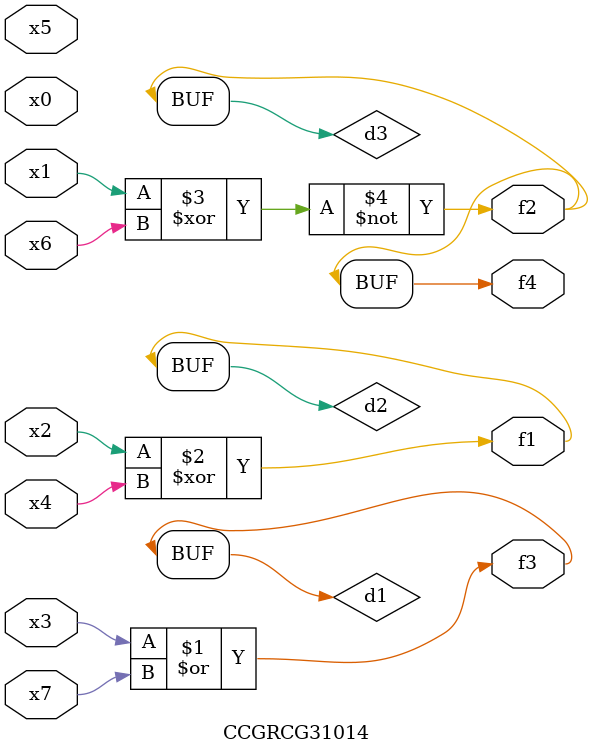
<source format=v>
module CCGRCG31014(
	input x0, x1, x2, x3, x4, x5, x6, x7,
	output f1, f2, f3, f4
);

	wire d1, d2, d3;

	or (d1, x3, x7);
	xor (d2, x2, x4);
	xnor (d3, x1, x6);
	assign f1 = d2;
	assign f2 = d3;
	assign f3 = d1;
	assign f4 = d3;
endmodule

</source>
